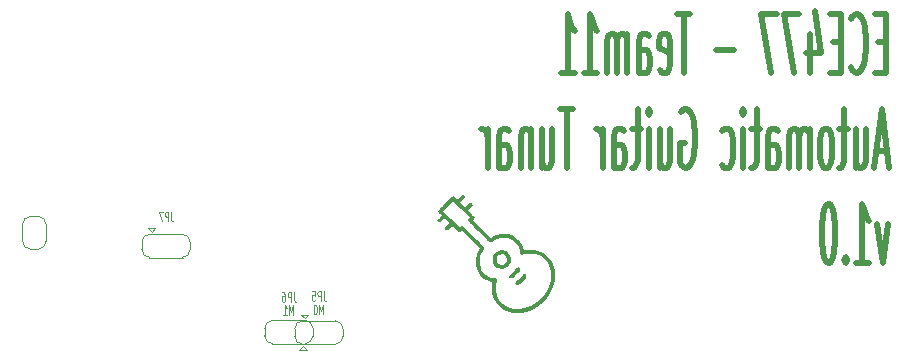
<source format=gbr>
%TF.GenerationSoftware,KiCad,Pcbnew,8.0.8*%
%TF.CreationDate,2025-03-15T04:19:24-04:00*%
%TF.ProjectId,tuner time,74756e65-7220-4746-996d-652e6b696361,rev?*%
%TF.SameCoordinates,Original*%
%TF.FileFunction,Legend,Bot*%
%TF.FilePolarity,Positive*%
%FSLAX46Y46*%
G04 Gerber Fmt 4.6, Leading zero omitted, Abs format (unit mm)*
G04 Created by KiCad (PCBNEW 8.0.8) date 2025-03-15 04:19:24*
%MOMM*%
%LPD*%
G01*
G04 APERTURE LIST*
%ADD10C,0.125000*%
%ADD11C,0.500000*%
%ADD12C,0.000000*%
%ADD13C,0.120000*%
G04 APERTURE END LIST*
D10*
X174354761Y-132663595D02*
X174354761Y-131863595D01*
X174354761Y-131863595D02*
X174188094Y-132435023D01*
X174188094Y-132435023D02*
X174021428Y-131863595D01*
X174021428Y-131863595D02*
X174021428Y-132663595D01*
X173521427Y-132663595D02*
X173807141Y-132663595D01*
X173664284Y-132663595D02*
X173664284Y-131863595D01*
X173664284Y-131863595D02*
X173711903Y-131977880D01*
X173711903Y-131977880D02*
X173759522Y-132054071D01*
X173759522Y-132054071D02*
X173807141Y-132092166D01*
X176904761Y-132613595D02*
X176904761Y-131813595D01*
X176904761Y-131813595D02*
X176738094Y-132385023D01*
X176738094Y-132385023D02*
X176571428Y-131813595D01*
X176571428Y-131813595D02*
X176571428Y-132613595D01*
X176238094Y-131813595D02*
X176190475Y-131813595D01*
X176190475Y-131813595D02*
X176142856Y-131851690D01*
X176142856Y-131851690D02*
X176119046Y-131889785D01*
X176119046Y-131889785D02*
X176095237Y-131965976D01*
X176095237Y-131965976D02*
X176071427Y-132118357D01*
X176071427Y-132118357D02*
X176071427Y-132308833D01*
X176071427Y-132308833D02*
X176095237Y-132461214D01*
X176095237Y-132461214D02*
X176119046Y-132537404D01*
X176119046Y-132537404D02*
X176142856Y-132575500D01*
X176142856Y-132575500D02*
X176190475Y-132613595D01*
X176190475Y-132613595D02*
X176238094Y-132613595D01*
X176238094Y-132613595D02*
X176285713Y-132575500D01*
X176285713Y-132575500D02*
X176309522Y-132537404D01*
X176309522Y-132537404D02*
X176333332Y-132461214D01*
X176333332Y-132461214D02*
X176357141Y-132308833D01*
X176357141Y-132308833D02*
X176357141Y-132118357D01*
X176357141Y-132118357D02*
X176333332Y-131965976D01*
X176333332Y-131965976D02*
X176309522Y-131889785D01*
X176309522Y-131889785D02*
X176285713Y-131851690D01*
X176285713Y-131851690D02*
X176238094Y-131813595D01*
D11*
X224544862Y-109568607D02*
X223878195Y-109568607D01*
X223592481Y-112187655D02*
X224544862Y-112187655D01*
X224544862Y-112187655D02*
X224544862Y-107187655D01*
X224544862Y-107187655D02*
X223592481Y-107187655D01*
X221592481Y-111711464D02*
X221687719Y-111949560D01*
X221687719Y-111949560D02*
X221973433Y-112187655D01*
X221973433Y-112187655D02*
X222163909Y-112187655D01*
X222163909Y-112187655D02*
X222449624Y-111949560D01*
X222449624Y-111949560D02*
X222640100Y-111473369D01*
X222640100Y-111473369D02*
X222735338Y-110997179D01*
X222735338Y-110997179D02*
X222830576Y-110044798D01*
X222830576Y-110044798D02*
X222830576Y-109330512D01*
X222830576Y-109330512D02*
X222735338Y-108378131D01*
X222735338Y-108378131D02*
X222640100Y-107901940D01*
X222640100Y-107901940D02*
X222449624Y-107425750D01*
X222449624Y-107425750D02*
X222163909Y-107187655D01*
X222163909Y-107187655D02*
X221973433Y-107187655D01*
X221973433Y-107187655D02*
X221687719Y-107425750D01*
X221687719Y-107425750D02*
X221592481Y-107663845D01*
X220735338Y-109568607D02*
X220068671Y-109568607D01*
X219782957Y-112187655D02*
X220735338Y-112187655D01*
X220735338Y-112187655D02*
X220735338Y-107187655D01*
X220735338Y-107187655D02*
X219782957Y-107187655D01*
X218068671Y-108854321D02*
X218068671Y-112187655D01*
X218544862Y-106949560D02*
X219021052Y-110520988D01*
X219021052Y-110520988D02*
X217782957Y-110520988D01*
X217211528Y-107187655D02*
X215878195Y-107187655D01*
X215878195Y-107187655D02*
X216735338Y-112187655D01*
X215306766Y-107187655D02*
X213973433Y-107187655D01*
X213973433Y-107187655D02*
X214830576Y-112187655D01*
X211687718Y-110282893D02*
X210163909Y-110282893D01*
X207973432Y-107187655D02*
X206830575Y-107187655D01*
X207402004Y-112187655D02*
X207402004Y-107187655D01*
X205402003Y-111949560D02*
X205592479Y-112187655D01*
X205592479Y-112187655D02*
X205973432Y-112187655D01*
X205973432Y-112187655D02*
X206163908Y-111949560D01*
X206163908Y-111949560D02*
X206259146Y-111473369D01*
X206259146Y-111473369D02*
X206259146Y-109568607D01*
X206259146Y-109568607D02*
X206163908Y-109092417D01*
X206163908Y-109092417D02*
X205973432Y-108854321D01*
X205973432Y-108854321D02*
X205592479Y-108854321D01*
X205592479Y-108854321D02*
X205402003Y-109092417D01*
X205402003Y-109092417D02*
X205306765Y-109568607D01*
X205306765Y-109568607D02*
X205306765Y-110044798D01*
X205306765Y-110044798D02*
X206259146Y-110520988D01*
X203592479Y-112187655D02*
X203592479Y-109568607D01*
X203592479Y-109568607D02*
X203687717Y-109092417D01*
X203687717Y-109092417D02*
X203878193Y-108854321D01*
X203878193Y-108854321D02*
X204259146Y-108854321D01*
X204259146Y-108854321D02*
X204449622Y-109092417D01*
X203592479Y-111949560D02*
X203782955Y-112187655D01*
X203782955Y-112187655D02*
X204259146Y-112187655D01*
X204259146Y-112187655D02*
X204449622Y-111949560D01*
X204449622Y-111949560D02*
X204544860Y-111473369D01*
X204544860Y-111473369D02*
X204544860Y-110997179D01*
X204544860Y-110997179D02*
X204449622Y-110520988D01*
X204449622Y-110520988D02*
X204259146Y-110282893D01*
X204259146Y-110282893D02*
X203782955Y-110282893D01*
X203782955Y-110282893D02*
X203592479Y-110044798D01*
X202640098Y-112187655D02*
X202640098Y-108854321D01*
X202640098Y-109330512D02*
X202544860Y-109092417D01*
X202544860Y-109092417D02*
X202354384Y-108854321D01*
X202354384Y-108854321D02*
X202068669Y-108854321D01*
X202068669Y-108854321D02*
X201878193Y-109092417D01*
X201878193Y-109092417D02*
X201782955Y-109568607D01*
X201782955Y-109568607D02*
X201782955Y-112187655D01*
X201782955Y-109568607D02*
X201687717Y-109092417D01*
X201687717Y-109092417D02*
X201497241Y-108854321D01*
X201497241Y-108854321D02*
X201211527Y-108854321D01*
X201211527Y-108854321D02*
X201021050Y-109092417D01*
X201021050Y-109092417D02*
X200925812Y-109568607D01*
X200925812Y-109568607D02*
X200925812Y-112187655D01*
X198925812Y-112187655D02*
X200068669Y-112187655D01*
X199497241Y-112187655D02*
X199497241Y-107187655D01*
X199497241Y-107187655D02*
X199687717Y-107901940D01*
X199687717Y-107901940D02*
X199878193Y-108378131D01*
X199878193Y-108378131D02*
X200068669Y-108616226D01*
X197021050Y-112187655D02*
X198163907Y-112187655D01*
X197592479Y-112187655D02*
X197592479Y-107187655D01*
X197592479Y-107187655D02*
X197782955Y-107901940D01*
X197782955Y-107901940D02*
X197973431Y-108378131D01*
X197973431Y-108378131D02*
X198163907Y-108616226D01*
X224640100Y-118808803D02*
X223687719Y-118808803D01*
X224830576Y-120237375D02*
X224163910Y-115237375D01*
X224163910Y-115237375D02*
X223497243Y-120237375D01*
X221973433Y-116904041D02*
X221973433Y-120237375D01*
X222830576Y-116904041D02*
X222830576Y-119523089D01*
X222830576Y-119523089D02*
X222735338Y-119999280D01*
X222735338Y-119999280D02*
X222544862Y-120237375D01*
X222544862Y-120237375D02*
X222259147Y-120237375D01*
X222259147Y-120237375D02*
X222068671Y-119999280D01*
X222068671Y-119999280D02*
X221973433Y-119761184D01*
X221306766Y-116904041D02*
X220544862Y-116904041D01*
X221021052Y-115237375D02*
X221021052Y-119523089D01*
X221021052Y-119523089D02*
X220925814Y-119999280D01*
X220925814Y-119999280D02*
X220735338Y-120237375D01*
X220735338Y-120237375D02*
X220544862Y-120237375D01*
X219592481Y-120237375D02*
X219782957Y-119999280D01*
X219782957Y-119999280D02*
X219878195Y-119761184D01*
X219878195Y-119761184D02*
X219973433Y-119284994D01*
X219973433Y-119284994D02*
X219973433Y-117856422D01*
X219973433Y-117856422D02*
X219878195Y-117380232D01*
X219878195Y-117380232D02*
X219782957Y-117142137D01*
X219782957Y-117142137D02*
X219592481Y-116904041D01*
X219592481Y-116904041D02*
X219306766Y-116904041D01*
X219306766Y-116904041D02*
X219116290Y-117142137D01*
X219116290Y-117142137D02*
X219021052Y-117380232D01*
X219021052Y-117380232D02*
X218925814Y-117856422D01*
X218925814Y-117856422D02*
X218925814Y-119284994D01*
X218925814Y-119284994D02*
X219021052Y-119761184D01*
X219021052Y-119761184D02*
X219116290Y-119999280D01*
X219116290Y-119999280D02*
X219306766Y-120237375D01*
X219306766Y-120237375D02*
X219592481Y-120237375D01*
X218068671Y-120237375D02*
X218068671Y-116904041D01*
X218068671Y-117380232D02*
X217973433Y-117142137D01*
X217973433Y-117142137D02*
X217782957Y-116904041D01*
X217782957Y-116904041D02*
X217497242Y-116904041D01*
X217497242Y-116904041D02*
X217306766Y-117142137D01*
X217306766Y-117142137D02*
X217211528Y-117618327D01*
X217211528Y-117618327D02*
X217211528Y-120237375D01*
X217211528Y-117618327D02*
X217116290Y-117142137D01*
X217116290Y-117142137D02*
X216925814Y-116904041D01*
X216925814Y-116904041D02*
X216640100Y-116904041D01*
X216640100Y-116904041D02*
X216449623Y-117142137D01*
X216449623Y-117142137D02*
X216354385Y-117618327D01*
X216354385Y-117618327D02*
X216354385Y-120237375D01*
X214544861Y-120237375D02*
X214544861Y-117618327D01*
X214544861Y-117618327D02*
X214640099Y-117142137D01*
X214640099Y-117142137D02*
X214830575Y-116904041D01*
X214830575Y-116904041D02*
X215211528Y-116904041D01*
X215211528Y-116904041D02*
X215402004Y-117142137D01*
X214544861Y-119999280D02*
X214735337Y-120237375D01*
X214735337Y-120237375D02*
X215211528Y-120237375D01*
X215211528Y-120237375D02*
X215402004Y-119999280D01*
X215402004Y-119999280D02*
X215497242Y-119523089D01*
X215497242Y-119523089D02*
X215497242Y-119046899D01*
X215497242Y-119046899D02*
X215402004Y-118570708D01*
X215402004Y-118570708D02*
X215211528Y-118332613D01*
X215211528Y-118332613D02*
X214735337Y-118332613D01*
X214735337Y-118332613D02*
X214544861Y-118094518D01*
X213878194Y-116904041D02*
X213116290Y-116904041D01*
X213592480Y-115237375D02*
X213592480Y-119523089D01*
X213592480Y-119523089D02*
X213497242Y-119999280D01*
X213497242Y-119999280D02*
X213306766Y-120237375D01*
X213306766Y-120237375D02*
X213116290Y-120237375D01*
X212449623Y-120237375D02*
X212449623Y-116904041D01*
X212449623Y-115237375D02*
X212544861Y-115475470D01*
X212544861Y-115475470D02*
X212449623Y-115713565D01*
X212449623Y-115713565D02*
X212354385Y-115475470D01*
X212354385Y-115475470D02*
X212449623Y-115237375D01*
X212449623Y-115237375D02*
X212449623Y-115713565D01*
X210640099Y-119999280D02*
X210830575Y-120237375D01*
X210830575Y-120237375D02*
X211211528Y-120237375D01*
X211211528Y-120237375D02*
X211402004Y-119999280D01*
X211402004Y-119999280D02*
X211497242Y-119761184D01*
X211497242Y-119761184D02*
X211592480Y-119284994D01*
X211592480Y-119284994D02*
X211592480Y-117856422D01*
X211592480Y-117856422D02*
X211497242Y-117380232D01*
X211497242Y-117380232D02*
X211402004Y-117142137D01*
X211402004Y-117142137D02*
X211211528Y-116904041D01*
X211211528Y-116904041D02*
X210830575Y-116904041D01*
X210830575Y-116904041D02*
X210640099Y-117142137D01*
X207211527Y-115475470D02*
X207402003Y-115237375D01*
X207402003Y-115237375D02*
X207687717Y-115237375D01*
X207687717Y-115237375D02*
X207973432Y-115475470D01*
X207973432Y-115475470D02*
X208163908Y-115951660D01*
X208163908Y-115951660D02*
X208259146Y-116427851D01*
X208259146Y-116427851D02*
X208354384Y-117380232D01*
X208354384Y-117380232D02*
X208354384Y-118094518D01*
X208354384Y-118094518D02*
X208259146Y-119046899D01*
X208259146Y-119046899D02*
X208163908Y-119523089D01*
X208163908Y-119523089D02*
X207973432Y-119999280D01*
X207973432Y-119999280D02*
X207687717Y-120237375D01*
X207687717Y-120237375D02*
X207497241Y-120237375D01*
X207497241Y-120237375D02*
X207211527Y-119999280D01*
X207211527Y-119999280D02*
X207116289Y-119761184D01*
X207116289Y-119761184D02*
X207116289Y-118094518D01*
X207116289Y-118094518D02*
X207497241Y-118094518D01*
X205402003Y-116904041D02*
X205402003Y-120237375D01*
X206259146Y-116904041D02*
X206259146Y-119523089D01*
X206259146Y-119523089D02*
X206163908Y-119999280D01*
X206163908Y-119999280D02*
X205973432Y-120237375D01*
X205973432Y-120237375D02*
X205687717Y-120237375D01*
X205687717Y-120237375D02*
X205497241Y-119999280D01*
X205497241Y-119999280D02*
X205402003Y-119761184D01*
X204449622Y-120237375D02*
X204449622Y-116904041D01*
X204449622Y-115237375D02*
X204544860Y-115475470D01*
X204544860Y-115475470D02*
X204449622Y-115713565D01*
X204449622Y-115713565D02*
X204354384Y-115475470D01*
X204354384Y-115475470D02*
X204449622Y-115237375D01*
X204449622Y-115237375D02*
X204449622Y-115713565D01*
X203782955Y-116904041D02*
X203021051Y-116904041D01*
X203497241Y-115237375D02*
X203497241Y-119523089D01*
X203497241Y-119523089D02*
X203402003Y-119999280D01*
X203402003Y-119999280D02*
X203211527Y-120237375D01*
X203211527Y-120237375D02*
X203021051Y-120237375D01*
X201497241Y-120237375D02*
X201497241Y-117618327D01*
X201497241Y-117618327D02*
X201592479Y-117142137D01*
X201592479Y-117142137D02*
X201782955Y-116904041D01*
X201782955Y-116904041D02*
X202163908Y-116904041D01*
X202163908Y-116904041D02*
X202354384Y-117142137D01*
X201497241Y-119999280D02*
X201687717Y-120237375D01*
X201687717Y-120237375D02*
X202163908Y-120237375D01*
X202163908Y-120237375D02*
X202354384Y-119999280D01*
X202354384Y-119999280D02*
X202449622Y-119523089D01*
X202449622Y-119523089D02*
X202449622Y-119046899D01*
X202449622Y-119046899D02*
X202354384Y-118570708D01*
X202354384Y-118570708D02*
X202163908Y-118332613D01*
X202163908Y-118332613D02*
X201687717Y-118332613D01*
X201687717Y-118332613D02*
X201497241Y-118094518D01*
X200544860Y-120237375D02*
X200544860Y-116904041D01*
X200544860Y-117856422D02*
X200449622Y-117380232D01*
X200449622Y-117380232D02*
X200354384Y-117142137D01*
X200354384Y-117142137D02*
X200163908Y-116904041D01*
X200163908Y-116904041D02*
X199973431Y-116904041D01*
X198068669Y-115237375D02*
X196925812Y-115237375D01*
X197497241Y-120237375D02*
X197497241Y-115237375D01*
X195402002Y-116904041D02*
X195402002Y-120237375D01*
X196259145Y-116904041D02*
X196259145Y-119523089D01*
X196259145Y-119523089D02*
X196163907Y-119999280D01*
X196163907Y-119999280D02*
X195973431Y-120237375D01*
X195973431Y-120237375D02*
X195687716Y-120237375D01*
X195687716Y-120237375D02*
X195497240Y-119999280D01*
X195497240Y-119999280D02*
X195402002Y-119761184D01*
X194449621Y-116904041D02*
X194449621Y-120237375D01*
X194449621Y-117380232D02*
X194354383Y-117142137D01*
X194354383Y-117142137D02*
X194163907Y-116904041D01*
X194163907Y-116904041D02*
X193878192Y-116904041D01*
X193878192Y-116904041D02*
X193687716Y-117142137D01*
X193687716Y-117142137D02*
X193592478Y-117618327D01*
X193592478Y-117618327D02*
X193592478Y-120237375D01*
X191782954Y-120237375D02*
X191782954Y-117618327D01*
X191782954Y-117618327D02*
X191878192Y-117142137D01*
X191878192Y-117142137D02*
X192068668Y-116904041D01*
X192068668Y-116904041D02*
X192449621Y-116904041D01*
X192449621Y-116904041D02*
X192640097Y-117142137D01*
X191782954Y-119999280D02*
X191973430Y-120237375D01*
X191973430Y-120237375D02*
X192449621Y-120237375D01*
X192449621Y-120237375D02*
X192640097Y-119999280D01*
X192640097Y-119999280D02*
X192735335Y-119523089D01*
X192735335Y-119523089D02*
X192735335Y-119046899D01*
X192735335Y-119046899D02*
X192640097Y-118570708D01*
X192640097Y-118570708D02*
X192449621Y-118332613D01*
X192449621Y-118332613D02*
X191973430Y-118332613D01*
X191973430Y-118332613D02*
X191782954Y-118094518D01*
X190830573Y-120237375D02*
X190830573Y-116904041D01*
X190830573Y-117856422D02*
X190735335Y-117380232D01*
X190735335Y-117380232D02*
X190640097Y-117142137D01*
X190640097Y-117142137D02*
X190449621Y-116904041D01*
X190449621Y-116904041D02*
X190259144Y-116904041D01*
X224735338Y-124953761D02*
X224259148Y-128287095D01*
X224259148Y-128287095D02*
X223782957Y-124953761D01*
X221973433Y-128287095D02*
X223116290Y-128287095D01*
X222544862Y-128287095D02*
X222544862Y-123287095D01*
X222544862Y-123287095D02*
X222735338Y-124001380D01*
X222735338Y-124001380D02*
X222925814Y-124477571D01*
X222925814Y-124477571D02*
X223116290Y-124715666D01*
X221116290Y-127810904D02*
X221021052Y-128049000D01*
X221021052Y-128049000D02*
X221116290Y-128287095D01*
X221116290Y-128287095D02*
X221211528Y-128049000D01*
X221211528Y-128049000D02*
X221116290Y-127810904D01*
X221116290Y-127810904D02*
X221116290Y-128287095D01*
X219782957Y-123287095D02*
X219592480Y-123287095D01*
X219592480Y-123287095D02*
X219402004Y-123525190D01*
X219402004Y-123525190D02*
X219306766Y-123763285D01*
X219306766Y-123763285D02*
X219211528Y-124239476D01*
X219211528Y-124239476D02*
X219116290Y-125191857D01*
X219116290Y-125191857D02*
X219116290Y-126382333D01*
X219116290Y-126382333D02*
X219211528Y-127334714D01*
X219211528Y-127334714D02*
X219306766Y-127810904D01*
X219306766Y-127810904D02*
X219402004Y-128049000D01*
X219402004Y-128049000D02*
X219592480Y-128287095D01*
X219592480Y-128287095D02*
X219782957Y-128287095D01*
X219782957Y-128287095D02*
X219973433Y-128049000D01*
X219973433Y-128049000D02*
X220068671Y-127810904D01*
X220068671Y-127810904D02*
X220163909Y-127334714D01*
X220163909Y-127334714D02*
X220259147Y-126382333D01*
X220259147Y-126382333D02*
X220259147Y-125191857D01*
X220259147Y-125191857D02*
X220163909Y-124239476D01*
X220163909Y-124239476D02*
X220068671Y-123763285D01*
X220068671Y-123763285D02*
X219973433Y-123525190D01*
X219973433Y-123525190D02*
X219782957Y-123287095D01*
D10*
X176916666Y-130663595D02*
X176916666Y-131235023D01*
X176916666Y-131235023D02*
X176940475Y-131349309D01*
X176940475Y-131349309D02*
X176988094Y-131425500D01*
X176988094Y-131425500D02*
X177059523Y-131463595D01*
X177059523Y-131463595D02*
X177107142Y-131463595D01*
X176678571Y-131463595D02*
X176678571Y-130663595D01*
X176678571Y-130663595D02*
X176488095Y-130663595D01*
X176488095Y-130663595D02*
X176440476Y-130701690D01*
X176440476Y-130701690D02*
X176416666Y-130739785D01*
X176416666Y-130739785D02*
X176392857Y-130815976D01*
X176392857Y-130815976D02*
X176392857Y-130930261D01*
X176392857Y-130930261D02*
X176416666Y-131006452D01*
X176416666Y-131006452D02*
X176440476Y-131044547D01*
X176440476Y-131044547D02*
X176488095Y-131082642D01*
X176488095Y-131082642D02*
X176678571Y-131082642D01*
X175940476Y-130663595D02*
X176178571Y-130663595D01*
X176178571Y-130663595D02*
X176202380Y-131044547D01*
X176202380Y-131044547D02*
X176178571Y-131006452D01*
X176178571Y-131006452D02*
X176130952Y-130968357D01*
X176130952Y-130968357D02*
X176011904Y-130968357D01*
X176011904Y-130968357D02*
X175964285Y-131006452D01*
X175964285Y-131006452D02*
X175940476Y-131044547D01*
X175940476Y-131044547D02*
X175916666Y-131120738D01*
X175916666Y-131120738D02*
X175916666Y-131311214D01*
X175916666Y-131311214D02*
X175940476Y-131387404D01*
X175940476Y-131387404D02*
X175964285Y-131425500D01*
X175964285Y-131425500D02*
X176011904Y-131463595D01*
X176011904Y-131463595D02*
X176130952Y-131463595D01*
X176130952Y-131463595D02*
X176178571Y-131425500D01*
X176178571Y-131425500D02*
X176202380Y-131387404D01*
X164016666Y-123938595D02*
X164016666Y-124510023D01*
X164016666Y-124510023D02*
X164040475Y-124624309D01*
X164040475Y-124624309D02*
X164088094Y-124700500D01*
X164088094Y-124700500D02*
X164159523Y-124738595D01*
X164159523Y-124738595D02*
X164207142Y-124738595D01*
X163778571Y-124738595D02*
X163778571Y-123938595D01*
X163778571Y-123938595D02*
X163588095Y-123938595D01*
X163588095Y-123938595D02*
X163540476Y-123976690D01*
X163540476Y-123976690D02*
X163516666Y-124014785D01*
X163516666Y-124014785D02*
X163492857Y-124090976D01*
X163492857Y-124090976D02*
X163492857Y-124205261D01*
X163492857Y-124205261D02*
X163516666Y-124281452D01*
X163516666Y-124281452D02*
X163540476Y-124319547D01*
X163540476Y-124319547D02*
X163588095Y-124357642D01*
X163588095Y-124357642D02*
X163778571Y-124357642D01*
X163326190Y-123938595D02*
X162992857Y-123938595D01*
X162992857Y-123938595D02*
X163207142Y-124738595D01*
X174391666Y-130763595D02*
X174391666Y-131335023D01*
X174391666Y-131335023D02*
X174415475Y-131449309D01*
X174415475Y-131449309D02*
X174463094Y-131525500D01*
X174463094Y-131525500D02*
X174534523Y-131563595D01*
X174534523Y-131563595D02*
X174582142Y-131563595D01*
X174153571Y-131563595D02*
X174153571Y-130763595D01*
X174153571Y-130763595D02*
X173963095Y-130763595D01*
X173963095Y-130763595D02*
X173915476Y-130801690D01*
X173915476Y-130801690D02*
X173891666Y-130839785D01*
X173891666Y-130839785D02*
X173867857Y-130915976D01*
X173867857Y-130915976D02*
X173867857Y-131030261D01*
X173867857Y-131030261D02*
X173891666Y-131106452D01*
X173891666Y-131106452D02*
X173915476Y-131144547D01*
X173915476Y-131144547D02*
X173963095Y-131182642D01*
X173963095Y-131182642D02*
X174153571Y-131182642D01*
X173439285Y-130763595D02*
X173534523Y-130763595D01*
X173534523Y-130763595D02*
X173582142Y-130801690D01*
X173582142Y-130801690D02*
X173605952Y-130839785D01*
X173605952Y-130839785D02*
X173653571Y-130954071D01*
X173653571Y-130954071D02*
X173677380Y-131106452D01*
X173677380Y-131106452D02*
X173677380Y-131411214D01*
X173677380Y-131411214D02*
X173653571Y-131487404D01*
X173653571Y-131487404D02*
X173629761Y-131525500D01*
X173629761Y-131525500D02*
X173582142Y-131563595D01*
X173582142Y-131563595D02*
X173486904Y-131563595D01*
X173486904Y-131563595D02*
X173439285Y-131525500D01*
X173439285Y-131525500D02*
X173415476Y-131487404D01*
X173415476Y-131487404D02*
X173391666Y-131411214D01*
X173391666Y-131411214D02*
X173391666Y-131220738D01*
X173391666Y-131220738D02*
X173415476Y-131144547D01*
X173415476Y-131144547D02*
X173439285Y-131106452D01*
X173439285Y-131106452D02*
X173486904Y-131068357D01*
X173486904Y-131068357D02*
X173582142Y-131068357D01*
X173582142Y-131068357D02*
X173629761Y-131106452D01*
X173629761Y-131106452D02*
X173653571Y-131144547D01*
X173653571Y-131144547D02*
X173677380Y-131220738D01*
D12*
%TO.C,G\u002A\u002A\u002A*%
G36*
X196541645Y-129460076D02*
G01*
X196507593Y-129748329D01*
X196441377Y-130041159D01*
X196342108Y-130336332D01*
X196208896Y-130631615D01*
X196196920Y-130654855D01*
X196011804Y-130970802D01*
X195798207Y-131263226D01*
X195558551Y-131530317D01*
X195295257Y-131770265D01*
X195010748Y-131981261D01*
X194707445Y-132161494D01*
X194387772Y-132309156D01*
X194054150Y-132422435D01*
X193709000Y-132499523D01*
X193675383Y-132504585D01*
X193531821Y-132517652D01*
X193367548Y-132522060D01*
X193194418Y-132518266D01*
X193024282Y-132506726D01*
X192868993Y-132487897D01*
X192740405Y-132462234D01*
X192670453Y-132443124D01*
X192420534Y-132356726D01*
X192196310Y-132247115D01*
X191990801Y-132110446D01*
X191797024Y-131942877D01*
X191652253Y-131788794D01*
X191495717Y-131578190D01*
X191370380Y-131349976D01*
X191274962Y-131101282D01*
X191208187Y-130829237D01*
X191168777Y-130530969D01*
X191167433Y-130509018D01*
X191166578Y-130425984D01*
X191169455Y-130320014D01*
X191175394Y-130202785D01*
X191183727Y-130085976D01*
X191193785Y-129981263D01*
X191204899Y-129900325D01*
X191201857Y-129894171D01*
X191172451Y-129879465D01*
X191121430Y-129866535D01*
X190935149Y-129819690D01*
X190718816Y-129731981D01*
X190514939Y-129613649D01*
X190329527Y-129468853D01*
X190168588Y-129301752D01*
X190038129Y-129116507D01*
X189959715Y-128964389D01*
X189874759Y-128730353D01*
X189822718Y-128481869D01*
X189804152Y-128223672D01*
X189819624Y-127960497D01*
X189869695Y-127697079D01*
X189874286Y-127679465D01*
X189909325Y-127558169D01*
X189949434Y-127445435D01*
X189999972Y-127327455D01*
X190066297Y-127190421D01*
X190146727Y-127030453D01*
X189398807Y-126282344D01*
X188650886Y-125534234D01*
X188576387Y-125601540D01*
X188547566Y-125625896D01*
X188490412Y-125659258D01*
X188431489Y-125668846D01*
X188409466Y-125667503D01*
X188382789Y-125660208D01*
X188352013Y-125643279D01*
X188312466Y-125613081D01*
X188259480Y-125565976D01*
X188188383Y-125498331D01*
X188094507Y-125406510D01*
X187827923Y-125144174D01*
X187638636Y-125328356D01*
X187606107Y-125359870D01*
X187535573Y-125426293D01*
X187483918Y-125470473D01*
X187445159Y-125496708D01*
X187413319Y-125509297D01*
X187382416Y-125512538D01*
X187343857Y-125507864D01*
X187276815Y-125474187D01*
X187230039Y-125415581D01*
X187212462Y-125341060D01*
X187213021Y-125326226D01*
X187219565Y-125295780D01*
X187236964Y-125262363D01*
X187269555Y-125219956D01*
X187321677Y-125162539D01*
X187397666Y-125084096D01*
X187582870Y-124895590D01*
X187373243Y-124686835D01*
X187163616Y-124478080D01*
X186976040Y-124663155D01*
X186974077Y-124665091D01*
X186894429Y-124742160D01*
X186835635Y-124794831D01*
X186792110Y-124827282D01*
X186758268Y-124843689D01*
X186728522Y-124848230D01*
X186659926Y-124841984D01*
X186611868Y-124817654D01*
X186576739Y-124768679D01*
X186571751Y-124758823D01*
X186554655Y-124715931D01*
X186551505Y-124676765D01*
X186565223Y-124635247D01*
X186598735Y-124585298D01*
X186654963Y-124520840D01*
X186736830Y-124435793D01*
X186925506Y-124243753D01*
X186788514Y-124099535D01*
X186722617Y-124026921D01*
X186671287Y-123958788D01*
X186645123Y-123902640D01*
X186642699Y-123871260D01*
X187046544Y-123871260D01*
X187738819Y-124563741D01*
X188431094Y-125256222D01*
X188496213Y-125199047D01*
X188544822Y-125161960D01*
X188622100Y-125127749D01*
X188691164Y-125129564D01*
X188695373Y-125132195D01*
X188724637Y-125157362D01*
X188778151Y-125207051D01*
X188853517Y-125278927D01*
X188948340Y-125370651D01*
X189060223Y-125479889D01*
X189186769Y-125604304D01*
X189325582Y-125741558D01*
X189474264Y-125889316D01*
X189630420Y-126045241D01*
X189721781Y-126136727D01*
X189893458Y-126309000D01*
X190040039Y-126456718D01*
X190163366Y-126581836D01*
X190265283Y-126686310D01*
X190347633Y-126772094D01*
X190412257Y-126841143D01*
X190460999Y-126895412D01*
X190495701Y-126936855D01*
X190518207Y-126967429D01*
X190530359Y-126989087D01*
X190534000Y-127003785D01*
X190531938Y-127018576D01*
X190513843Y-127070729D01*
X190480869Y-127140691D01*
X190437620Y-127218218D01*
X190401471Y-127280317D01*
X190281621Y-127527537D01*
X190200006Y-127776129D01*
X190155981Y-128028486D01*
X190148898Y-128287000D01*
X190160714Y-128432250D01*
X190203869Y-128649895D01*
X190277652Y-128845635D01*
X190383250Y-129022325D01*
X190521853Y-129182823D01*
X190533129Y-129193807D01*
X190705619Y-129333174D01*
X190898638Y-129440194D01*
X191108755Y-129513308D01*
X191332536Y-129550958D01*
X191410416Y-129559191D01*
X191464440Y-129570899D01*
X191502894Y-129589794D01*
X191537752Y-129619899D01*
X191541545Y-129623687D01*
X191562998Y-129646268D01*
X191577182Y-129668224D01*
X191584153Y-129696069D01*
X191583968Y-129736317D01*
X191576684Y-129795481D01*
X191562359Y-129880076D01*
X191541049Y-129996615D01*
X191535871Y-130026328D01*
X191513184Y-130243789D01*
X191513078Y-130472162D01*
X191534564Y-130700130D01*
X191576653Y-130916377D01*
X191638355Y-131109586D01*
X191672707Y-131190046D01*
X191795804Y-131416123D01*
X191946681Y-131615283D01*
X192124073Y-131786585D01*
X192326715Y-131929092D01*
X192553341Y-132041864D01*
X192802687Y-132123963D01*
X193073488Y-132174450D01*
X193088181Y-132176192D01*
X193180840Y-132185162D01*
X193269673Y-132190874D01*
X193337257Y-132192157D01*
X193551977Y-132177184D01*
X193855434Y-132124214D01*
X194152326Y-132036212D01*
X194439933Y-131915533D01*
X194715538Y-131764529D01*
X194976424Y-131585551D01*
X195219871Y-131380953D01*
X195443163Y-131153087D01*
X195643581Y-130904305D01*
X195818408Y-130636960D01*
X195964925Y-130353405D01*
X196080415Y-130055991D01*
X196162160Y-129747071D01*
X196172447Y-129690255D01*
X196190742Y-129540958D01*
X196201037Y-129377628D01*
X196203033Y-129213269D01*
X196196428Y-129060883D01*
X196180925Y-128933473D01*
X196122391Y-128694550D01*
X196027265Y-128452244D01*
X195901275Y-128232851D01*
X195745801Y-128037833D01*
X195562221Y-127868650D01*
X195351914Y-127726763D01*
X195116260Y-127613632D01*
X194856637Y-127530717D01*
X194788335Y-127517192D01*
X194657116Y-127502412D01*
X194505082Y-127495210D01*
X194342886Y-127495481D01*
X194181178Y-127503120D01*
X194030610Y-127518024D01*
X193901834Y-127540088D01*
X193850953Y-127551063D01*
X193744602Y-127568539D01*
X193667374Y-127568329D01*
X193613750Y-127547161D01*
X193578214Y-127501767D01*
X193555248Y-127428874D01*
X193539335Y-127325214D01*
X193514378Y-127174384D01*
X193448907Y-126954896D01*
X193352234Y-126758051D01*
X193225345Y-126585108D01*
X193069230Y-126437326D01*
X192884877Y-126315964D01*
X192673274Y-126222280D01*
X192646233Y-126212834D01*
X192589363Y-126194566D01*
X192537567Y-126181995D01*
X192482016Y-126174104D01*
X192413880Y-126169879D01*
X192324331Y-126168303D01*
X192204539Y-126168361D01*
X192201121Y-126168375D01*
X192079086Y-126169470D01*
X191986362Y-126172334D01*
X191913421Y-126178036D01*
X191850736Y-126187640D01*
X191788780Y-126202214D01*
X191718024Y-126222824D01*
X191563780Y-126276436D01*
X191369571Y-126360918D01*
X191157219Y-126470917D01*
X191146273Y-126476957D01*
X191089313Y-126506602D01*
X191051384Y-126519232D01*
X191019675Y-126517164D01*
X190981373Y-126502715D01*
X190968891Y-126494681D01*
X190926576Y-126459525D01*
X190859575Y-126398853D01*
X190769526Y-126314243D01*
X190658067Y-126207272D01*
X190526835Y-126079518D01*
X190377469Y-125932558D01*
X190211606Y-125767969D01*
X190030885Y-125587329D01*
X189977441Y-125533728D01*
X189806806Y-125362470D01*
X189661256Y-125216060D01*
X189538802Y-125092339D01*
X189437453Y-124989147D01*
X189355221Y-124904324D01*
X189290115Y-124835713D01*
X189240146Y-124781154D01*
X189203324Y-124738488D01*
X189177658Y-124705555D01*
X189161160Y-124680197D01*
X189151839Y-124660254D01*
X189147705Y-124643568D01*
X189146770Y-124627978D01*
X189149017Y-124595679D01*
X189168528Y-124540610D01*
X189214079Y-124480763D01*
X189281389Y-124406259D01*
X188588825Y-123713901D01*
X187896261Y-123021544D01*
X187471403Y-123446402D01*
X187046544Y-123871260D01*
X186642699Y-123871260D01*
X186641198Y-123851824D01*
X186656585Y-123799688D01*
X186660319Y-123793475D01*
X186688438Y-123758851D01*
X186740214Y-123701259D01*
X186812544Y-123623952D01*
X186902327Y-123530179D01*
X187006461Y-123423191D01*
X187121845Y-123306240D01*
X187245376Y-123182577D01*
X187312580Y-123115642D01*
X187450971Y-122977788D01*
X187565665Y-122864777D01*
X187659803Y-122775049D01*
X187736526Y-122707042D01*
X187798972Y-122659196D01*
X187850282Y-122629948D01*
X187893597Y-122617738D01*
X187932056Y-122621005D01*
X187968800Y-122638187D01*
X188006968Y-122667724D01*
X188049701Y-122708053D01*
X188100139Y-122757615D01*
X188141112Y-122796660D01*
X188196505Y-122847043D01*
X188237754Y-122881572D01*
X188258087Y-122894384D01*
X188260656Y-122893490D01*
X188286240Y-122874225D01*
X188332381Y-122833647D01*
X188393473Y-122776809D01*
X188463909Y-122708769D01*
X188468307Y-122704450D01*
X188547648Y-122628076D01*
X188606205Y-122575924D01*
X188649571Y-122543830D01*
X188683337Y-122527628D01*
X188713097Y-122523154D01*
X188744152Y-122525986D01*
X188812658Y-122556103D01*
X188859675Y-122612666D01*
X188877139Y-122687592D01*
X188875670Y-122715551D01*
X188867764Y-122745529D01*
X188849066Y-122778494D01*
X188815247Y-122820484D01*
X188761977Y-122877540D01*
X188684925Y-122955700D01*
X188492712Y-123148638D01*
X188701948Y-123357874D01*
X188911184Y-123567110D01*
X189104394Y-123377286D01*
X189161978Y-123321121D01*
X189225475Y-123261524D01*
X189271973Y-123222665D01*
X189307486Y-123200237D01*
X189338028Y-123189938D01*
X189369613Y-123187461D01*
X189402955Y-123190326D01*
X189473259Y-123220057D01*
X189520353Y-123276727D01*
X189537539Y-123353708D01*
X189536614Y-123373284D01*
X189529309Y-123403655D01*
X189511103Y-123437423D01*
X189477735Y-123480566D01*
X189424942Y-123539063D01*
X189348461Y-123618891D01*
X189159384Y-123813745D01*
X189426615Y-124083438D01*
X189523239Y-124181950D01*
X189601264Y-124265623D01*
X189654887Y-124331236D01*
X189686089Y-124383422D01*
X189696849Y-124426814D01*
X189689149Y-124466045D01*
X189664969Y-124505748D01*
X189626288Y-124550556D01*
X189558730Y-124623538D01*
X190311814Y-125377541D01*
X191064897Y-126131545D01*
X191214641Y-126056072D01*
X191351444Y-125994476D01*
X191516131Y-125933069D01*
X191685802Y-125880548D01*
X191843077Y-125842811D01*
X191872009Y-125837786D01*
X191983951Y-125825667D01*
X192116184Y-125819498D01*
X192256906Y-125819144D01*
X192394314Y-125824470D01*
X192516607Y-125835341D01*
X192611983Y-125851621D01*
X192656977Y-125863005D01*
X192875207Y-125934107D01*
X193068617Y-126027628D01*
X193246124Y-126148558D01*
X193416644Y-126301887D01*
X193428313Y-126313680D01*
X193514002Y-126404420D01*
X193579150Y-126483796D01*
X193632633Y-126563579D01*
X193683325Y-126655538D01*
X193684876Y-126658571D01*
X193737891Y-126770473D01*
X193784624Y-126884170D01*
X193821915Y-126990664D01*
X193846607Y-127080959D01*
X193855539Y-127146058D01*
X193857096Y-127170607D01*
X193866937Y-127185803D01*
X193892609Y-127190428D01*
X193941654Y-127185698D01*
X194021616Y-127172828D01*
X194062246Y-127167110D01*
X194175173Y-127157993D01*
X194309962Y-127153696D01*
X194454968Y-127154086D01*
X194598544Y-127159031D01*
X194729046Y-127168399D01*
X194834829Y-127182058D01*
X195047834Y-127230026D01*
X195308871Y-127320548D01*
X195547529Y-127440212D01*
X195762920Y-127586784D01*
X195954152Y-127758031D01*
X196120338Y-127951720D01*
X196260587Y-128165618D01*
X196374009Y-128397491D01*
X196459716Y-128645107D01*
X196516817Y-128906232D01*
X196544423Y-129178632D01*
X196544081Y-129213269D01*
X196541645Y-129460076D01*
G37*
G36*
X193969437Y-129188874D02*
G01*
X194037381Y-129218441D01*
X194084426Y-129272049D01*
X194104543Y-129340783D01*
X194091704Y-129415725D01*
X194073977Y-129448355D01*
X194026606Y-129514278D01*
X193959145Y-129595846D01*
X193877213Y-129687336D01*
X193786428Y-129783023D01*
X193692411Y-129877183D01*
X193600778Y-129964092D01*
X193517151Y-130038025D01*
X193447147Y-130093259D01*
X193396385Y-130124068D01*
X193324505Y-130138606D01*
X193252412Y-130121954D01*
X193195062Y-130076608D01*
X193162145Y-130007395D01*
X193159409Y-129991996D01*
X193162074Y-129940649D01*
X193186813Y-129888659D01*
X193237556Y-129829739D01*
X193318231Y-129757600D01*
X193359152Y-129722153D01*
X193455136Y-129632063D01*
X193563745Y-129522758D01*
X193677394Y-129401982D01*
X193788497Y-129277478D01*
X193809415Y-129253896D01*
X193853883Y-129211253D01*
X193892294Y-129190941D01*
X193936236Y-129185769D01*
X193969437Y-129188874D01*
G37*
G36*
X193457061Y-128653948D02*
G01*
X193522844Y-128701228D01*
X193545549Y-128730491D01*
X193563622Y-128783854D01*
X193554114Y-128845428D01*
X193515799Y-128920293D01*
X193447451Y-129013527D01*
X193427957Y-129037345D01*
X193336623Y-129141477D01*
X193231936Y-129251584D01*
X193123206Y-129358440D01*
X193019740Y-129452820D01*
X192930850Y-129525497D01*
X192876820Y-129561581D01*
X192800909Y-129591605D01*
X192733946Y-129587501D01*
X192670644Y-129549762D01*
X192660326Y-129540460D01*
X192626166Y-129492438D01*
X192616800Y-129429022D01*
X192616918Y-129418525D01*
X192621779Y-129380253D01*
X192638479Y-129346844D01*
X192673433Y-129308783D01*
X192733054Y-129256552D01*
X192813151Y-129185781D01*
X192906218Y-129097767D01*
X193000434Y-129003850D01*
X193088117Y-128911890D01*
X193161587Y-128829747D01*
X193213162Y-128765282D01*
X193240385Y-128730927D01*
X193311887Y-128669613D01*
X193385427Y-128643682D01*
X193457061Y-128653948D01*
G37*
G36*
X192771141Y-128000942D02*
G01*
X192769993Y-128093953D01*
X192765611Y-128160801D01*
X192756063Y-128212680D01*
X192739416Y-128260785D01*
X192713739Y-128316307D01*
X192658603Y-128410056D01*
X192554197Y-128533475D01*
X192428172Y-128636162D01*
X192288456Y-128712025D01*
X192142983Y-128754966D01*
X192103072Y-128761472D01*
X192035876Y-128769908D01*
X191979891Y-128770510D01*
X191918722Y-128762817D01*
X191835974Y-128746370D01*
X191802672Y-128738594D01*
X191640951Y-128677908D01*
X191499577Y-128584759D01*
X191381492Y-128461493D01*
X191289639Y-128310460D01*
X191288185Y-128307388D01*
X191260355Y-128245285D01*
X191242643Y-128193149D01*
X191232788Y-128138723D01*
X191228532Y-128069751D01*
X191227620Y-127974384D01*
X191560492Y-127974384D01*
X191567322Y-128053800D01*
X191603949Y-128173887D01*
X191668322Y-128276567D01*
X191756018Y-128355545D01*
X191862616Y-128404523D01*
X191978577Y-128423391D01*
X192106556Y-128410980D01*
X192223009Y-128362674D01*
X192323744Y-128279607D01*
X192361664Y-128232920D01*
X192421746Y-128118092D01*
X192445046Y-127995329D01*
X192431046Y-127869620D01*
X192379226Y-127745952D01*
X192341592Y-127692518D01*
X192251715Y-127611514D01*
X192143246Y-127557078D01*
X192025197Y-127533072D01*
X191906577Y-127543358D01*
X191818650Y-127572767D01*
X191708430Y-127639416D01*
X191627188Y-127730407D01*
X191577137Y-127842982D01*
X191560492Y-127974384D01*
X191227620Y-127974384D01*
X191227616Y-127973973D01*
X191227625Y-127959227D01*
X191228761Y-127868490D01*
X191233415Y-127803136D01*
X191243884Y-127751100D01*
X191262467Y-127700316D01*
X191291462Y-127638719D01*
X191361825Y-127524539D01*
X191462736Y-127409861D01*
X191579063Y-127314822D01*
X191700748Y-127248998D01*
X191758478Y-127230052D01*
X191891490Y-127206500D01*
X192035887Y-127201806D01*
X192176465Y-127215973D01*
X192298022Y-127248998D01*
X192409621Y-127308081D01*
X192526779Y-127401049D01*
X192629361Y-127514455D01*
X192707308Y-127638719D01*
X192717908Y-127660427D01*
X192742726Y-127715647D01*
X192758342Y-127764138D01*
X192766872Y-127817352D01*
X192770437Y-127886737D01*
X192771154Y-127983743D01*
X192771145Y-127995329D01*
X192771141Y-128000942D01*
G37*
D13*
%TO.C,JP5*%
X174475000Y-134467500D02*
X174475000Y-133867500D01*
X175025000Y-132667500D02*
X175325000Y-132967500D01*
X175125000Y-133167500D02*
X177925000Y-133167500D01*
X175625000Y-132667500D02*
X175025000Y-132667500D01*
X175625000Y-132667500D02*
X175325000Y-132967500D01*
X177925000Y-135167500D02*
X175125000Y-135167500D01*
X178575000Y-133867500D02*
X178575000Y-134467500D01*
X174475000Y-133867500D02*
G75*
G02*
X175175000Y-133167500I699999J1D01*
G01*
X175175000Y-135167500D02*
G75*
G02*
X174475000Y-134467500I-1J699999D01*
G01*
X177875000Y-133167500D02*
G75*
G02*
X178575000Y-133867500I0J-700000D01*
G01*
X178575000Y-134467500D02*
G75*
G02*
X177875000Y-135167500I-700000J0D01*
G01*
%TO.C,JP7*%
X161524999Y-127125000D02*
X161524999Y-126525000D01*
X162074999Y-125325000D02*
X162374999Y-125625000D01*
X162174999Y-125825000D02*
X164974999Y-125825000D01*
X162674999Y-125325000D02*
X162074999Y-125325000D01*
X162674999Y-125325000D02*
X162374999Y-125625000D01*
X164974999Y-127825000D02*
X162174999Y-127825000D01*
X165624999Y-126525000D02*
X165624999Y-127125000D01*
X161524999Y-126525000D02*
G75*
G02*
X162224999Y-125825000I699999J1D01*
G01*
X162224999Y-127825000D02*
G75*
G02*
X161524999Y-127125000I-1J699999D01*
G01*
X164924999Y-125825000D02*
G75*
G02*
X165624999Y-126525000I0J-700000D01*
G01*
X165624999Y-127125000D02*
G75*
G02*
X164924999Y-127825000I-700000J0D01*
G01*
%TO.C,JP1*%
X151425000Y-126425000D02*
X151425000Y-125025000D01*
X152125000Y-124325000D02*
X152725000Y-124325000D01*
X152725000Y-127125000D02*
X152125000Y-127125000D01*
X153425000Y-125025000D02*
X153425000Y-126425000D01*
X151425000Y-125025000D02*
G75*
G02*
X152125000Y-124325000I700000J0D01*
G01*
X152125000Y-127125000D02*
G75*
G02*
X151425000Y-126425000I-1J699999D01*
G01*
X152725000Y-124325000D02*
G75*
G02*
X153425000Y-125025000I0J-700000D01*
G01*
X153425000Y-126425000D02*
G75*
G02*
X152725000Y-127125000I-699999J-1D01*
G01*
%TO.C,JP6*%
X171924999Y-134425000D02*
X171924999Y-133825000D01*
X172574999Y-133125000D02*
X175374999Y-133125000D01*
X174874999Y-135625000D02*
X175174999Y-135325000D01*
X174874999Y-135625000D02*
X175474999Y-135625000D01*
X175374999Y-135125000D02*
X172574999Y-135125000D01*
X175474999Y-135625000D02*
X175174999Y-135325000D01*
X176024999Y-133825000D02*
X176024999Y-134425000D01*
X171924999Y-133825000D02*
G75*
G02*
X172624999Y-133125000I700000J0D01*
G01*
X172624999Y-135125000D02*
G75*
G02*
X171924999Y-134425000I0J700000D01*
G01*
X175324999Y-133125000D02*
G75*
G02*
X176024999Y-133825000I1J-699999D01*
G01*
X176024999Y-134425000D02*
G75*
G02*
X175324999Y-135125000I-699999J-1D01*
G01*
%TD*%
M02*

</source>
